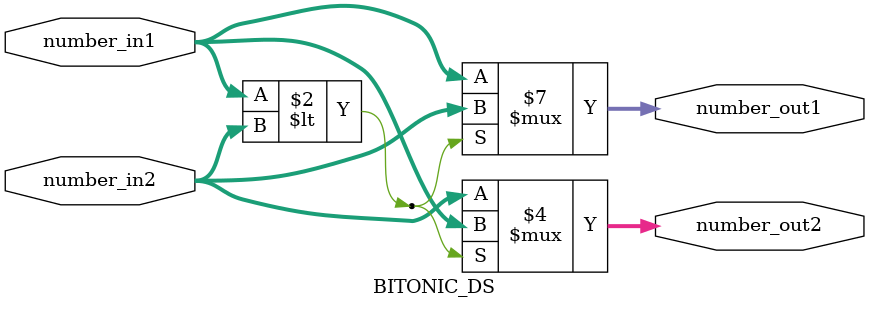
<source format=v>
module BITONIC_DS(number_in1, number_in2, number_out1, number_out2);
input  [7:0] number_in1;
input  [7:0] number_in2;
output [7:0] number_out1;
output [7:0] number_out2;

/*
    Write your design here!
*/
reg [7:0] number_out1;
reg [7:0] number_out2;

always @(*) begin
    if (number_in1 < number_in2) begin
        number_out1 = number_in2;
        number_out2 = number_in1;
    end
    else begin
        number_out1 = number_in1;
        number_out2 = number_in2;
    end
end
endmodule
</source>
